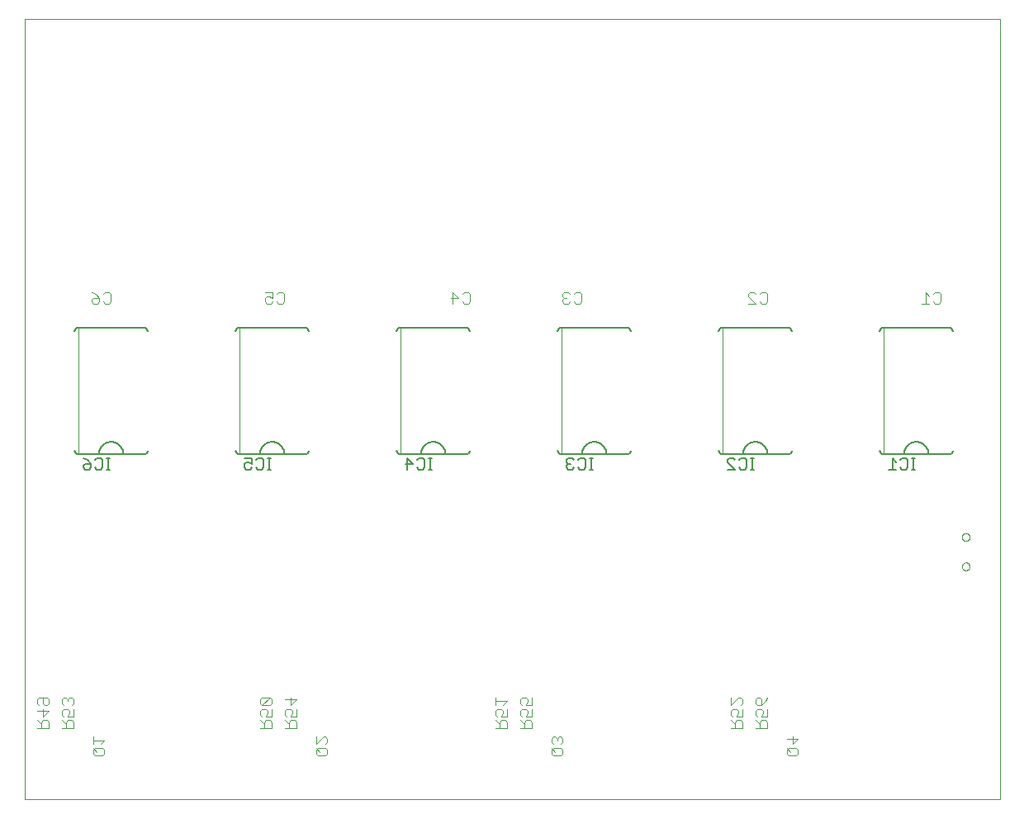
<source format=gbo>
G75*
%MOIN*%
%OFA0B0*%
%FSLAX25Y25*%
%IPPOS*%
%LPD*%
%AMOC8*
5,1,8,0,0,1.08239X$1,22.5*
%
%ADD10C,0.00000*%
%ADD11C,0.00600*%
%ADD12C,0.00200*%
%ADD13C,0.00500*%
%ADD14C,0.00400*%
D10*
X0001800Y0001800D02*
X0001800Y0316761D01*
X0395501Y0316761D01*
X0395501Y0001800D01*
X0001800Y0001800D01*
X0380225Y0095894D02*
X0380227Y0095973D01*
X0380233Y0096052D01*
X0380243Y0096131D01*
X0380257Y0096209D01*
X0380274Y0096286D01*
X0380296Y0096362D01*
X0380321Y0096437D01*
X0380351Y0096510D01*
X0380383Y0096582D01*
X0380420Y0096653D01*
X0380460Y0096721D01*
X0380503Y0096787D01*
X0380549Y0096851D01*
X0380599Y0096913D01*
X0380652Y0096972D01*
X0380707Y0097028D01*
X0380766Y0097082D01*
X0380827Y0097132D01*
X0380890Y0097180D01*
X0380956Y0097224D01*
X0381024Y0097265D01*
X0381094Y0097302D01*
X0381165Y0097336D01*
X0381239Y0097366D01*
X0381313Y0097392D01*
X0381389Y0097414D01*
X0381466Y0097433D01*
X0381544Y0097448D01*
X0381622Y0097459D01*
X0381701Y0097466D01*
X0381780Y0097469D01*
X0381859Y0097468D01*
X0381938Y0097463D01*
X0382017Y0097454D01*
X0382095Y0097441D01*
X0382172Y0097424D01*
X0382249Y0097404D01*
X0382324Y0097379D01*
X0382398Y0097351D01*
X0382471Y0097319D01*
X0382541Y0097284D01*
X0382610Y0097245D01*
X0382677Y0097202D01*
X0382742Y0097156D01*
X0382804Y0097108D01*
X0382864Y0097056D01*
X0382921Y0097001D01*
X0382975Y0096943D01*
X0383026Y0096883D01*
X0383074Y0096820D01*
X0383119Y0096755D01*
X0383161Y0096687D01*
X0383199Y0096618D01*
X0383233Y0096547D01*
X0383264Y0096474D01*
X0383292Y0096399D01*
X0383315Y0096324D01*
X0383335Y0096247D01*
X0383351Y0096170D01*
X0383363Y0096091D01*
X0383371Y0096013D01*
X0383375Y0095934D01*
X0383375Y0095854D01*
X0383371Y0095775D01*
X0383363Y0095697D01*
X0383351Y0095618D01*
X0383335Y0095541D01*
X0383315Y0095464D01*
X0383292Y0095389D01*
X0383264Y0095314D01*
X0383233Y0095241D01*
X0383199Y0095170D01*
X0383161Y0095101D01*
X0383119Y0095033D01*
X0383074Y0094968D01*
X0383026Y0094905D01*
X0382975Y0094845D01*
X0382921Y0094787D01*
X0382864Y0094732D01*
X0382804Y0094680D01*
X0382742Y0094632D01*
X0382677Y0094586D01*
X0382610Y0094543D01*
X0382541Y0094504D01*
X0382471Y0094469D01*
X0382398Y0094437D01*
X0382324Y0094409D01*
X0382249Y0094384D01*
X0382172Y0094364D01*
X0382095Y0094347D01*
X0382017Y0094334D01*
X0381938Y0094325D01*
X0381859Y0094320D01*
X0381780Y0094319D01*
X0381701Y0094322D01*
X0381622Y0094329D01*
X0381544Y0094340D01*
X0381466Y0094355D01*
X0381389Y0094374D01*
X0381313Y0094396D01*
X0381239Y0094422D01*
X0381165Y0094452D01*
X0381094Y0094486D01*
X0381024Y0094523D01*
X0380956Y0094564D01*
X0380890Y0094608D01*
X0380827Y0094656D01*
X0380766Y0094706D01*
X0380707Y0094760D01*
X0380652Y0094816D01*
X0380599Y0094875D01*
X0380549Y0094937D01*
X0380503Y0095001D01*
X0380460Y0095067D01*
X0380420Y0095135D01*
X0380383Y0095206D01*
X0380351Y0095278D01*
X0380321Y0095351D01*
X0380296Y0095426D01*
X0380274Y0095502D01*
X0380257Y0095579D01*
X0380243Y0095657D01*
X0380233Y0095736D01*
X0380227Y0095815D01*
X0380225Y0095894D01*
X0380225Y0107706D02*
X0380227Y0107785D01*
X0380233Y0107864D01*
X0380243Y0107943D01*
X0380257Y0108021D01*
X0380274Y0108098D01*
X0380296Y0108174D01*
X0380321Y0108249D01*
X0380351Y0108322D01*
X0380383Y0108394D01*
X0380420Y0108465D01*
X0380460Y0108533D01*
X0380503Y0108599D01*
X0380549Y0108663D01*
X0380599Y0108725D01*
X0380652Y0108784D01*
X0380707Y0108840D01*
X0380766Y0108894D01*
X0380827Y0108944D01*
X0380890Y0108992D01*
X0380956Y0109036D01*
X0381024Y0109077D01*
X0381094Y0109114D01*
X0381165Y0109148D01*
X0381239Y0109178D01*
X0381313Y0109204D01*
X0381389Y0109226D01*
X0381466Y0109245D01*
X0381544Y0109260D01*
X0381622Y0109271D01*
X0381701Y0109278D01*
X0381780Y0109281D01*
X0381859Y0109280D01*
X0381938Y0109275D01*
X0382017Y0109266D01*
X0382095Y0109253D01*
X0382172Y0109236D01*
X0382249Y0109216D01*
X0382324Y0109191D01*
X0382398Y0109163D01*
X0382471Y0109131D01*
X0382541Y0109096D01*
X0382610Y0109057D01*
X0382677Y0109014D01*
X0382742Y0108968D01*
X0382804Y0108920D01*
X0382864Y0108868D01*
X0382921Y0108813D01*
X0382975Y0108755D01*
X0383026Y0108695D01*
X0383074Y0108632D01*
X0383119Y0108567D01*
X0383161Y0108499D01*
X0383199Y0108430D01*
X0383233Y0108359D01*
X0383264Y0108286D01*
X0383292Y0108211D01*
X0383315Y0108136D01*
X0383335Y0108059D01*
X0383351Y0107982D01*
X0383363Y0107903D01*
X0383371Y0107825D01*
X0383375Y0107746D01*
X0383375Y0107666D01*
X0383371Y0107587D01*
X0383363Y0107509D01*
X0383351Y0107430D01*
X0383335Y0107353D01*
X0383315Y0107276D01*
X0383292Y0107201D01*
X0383264Y0107126D01*
X0383233Y0107053D01*
X0383199Y0106982D01*
X0383161Y0106913D01*
X0383119Y0106845D01*
X0383074Y0106780D01*
X0383026Y0106717D01*
X0382975Y0106657D01*
X0382921Y0106599D01*
X0382864Y0106544D01*
X0382804Y0106492D01*
X0382742Y0106444D01*
X0382677Y0106398D01*
X0382610Y0106355D01*
X0382541Y0106316D01*
X0382471Y0106281D01*
X0382398Y0106249D01*
X0382324Y0106221D01*
X0382249Y0106196D01*
X0382172Y0106176D01*
X0382095Y0106159D01*
X0382017Y0106146D01*
X0381938Y0106137D01*
X0381859Y0106132D01*
X0381780Y0106131D01*
X0381701Y0106134D01*
X0381622Y0106141D01*
X0381544Y0106152D01*
X0381466Y0106167D01*
X0381389Y0106186D01*
X0381313Y0106208D01*
X0381239Y0106234D01*
X0381165Y0106264D01*
X0381094Y0106298D01*
X0381024Y0106335D01*
X0380956Y0106376D01*
X0380890Y0106420D01*
X0380827Y0106468D01*
X0380766Y0106518D01*
X0380707Y0106572D01*
X0380652Y0106628D01*
X0380599Y0106687D01*
X0380549Y0106749D01*
X0380503Y0106813D01*
X0380460Y0106879D01*
X0380420Y0106947D01*
X0380383Y0107018D01*
X0380351Y0107090D01*
X0380321Y0107163D01*
X0380296Y0107238D01*
X0380274Y0107314D01*
X0380257Y0107391D01*
X0380243Y0107469D01*
X0380233Y0107548D01*
X0380227Y0107627D01*
X0380225Y0107706D01*
D11*
X0375000Y0141200D02*
X0366800Y0141200D01*
X0356800Y0141200D01*
X0348600Y0141200D01*
X0348524Y0141202D01*
X0348448Y0141208D01*
X0348373Y0141217D01*
X0348298Y0141231D01*
X0348224Y0141248D01*
X0348151Y0141269D01*
X0348079Y0141293D01*
X0348008Y0141322D01*
X0347939Y0141353D01*
X0347872Y0141388D01*
X0347807Y0141427D01*
X0347743Y0141469D01*
X0347682Y0141514D01*
X0347623Y0141562D01*
X0347567Y0141613D01*
X0347513Y0141667D01*
X0347462Y0141723D01*
X0347414Y0141782D01*
X0347369Y0141843D01*
X0347327Y0141907D01*
X0347288Y0141972D01*
X0347253Y0142039D01*
X0347222Y0142108D01*
X0347193Y0142179D01*
X0347169Y0142251D01*
X0347148Y0142324D01*
X0347131Y0142398D01*
X0347117Y0142473D01*
X0347108Y0142548D01*
X0347102Y0142624D01*
X0347100Y0142700D01*
X0356800Y0141200D02*
X0356802Y0141340D01*
X0356808Y0141480D01*
X0356818Y0141620D01*
X0356831Y0141760D01*
X0356849Y0141899D01*
X0356871Y0142038D01*
X0356896Y0142175D01*
X0356925Y0142313D01*
X0356958Y0142449D01*
X0356995Y0142584D01*
X0357036Y0142718D01*
X0357081Y0142851D01*
X0357129Y0142983D01*
X0357181Y0143113D01*
X0357236Y0143242D01*
X0357295Y0143369D01*
X0357358Y0143495D01*
X0357424Y0143619D01*
X0357493Y0143740D01*
X0357566Y0143860D01*
X0357643Y0143978D01*
X0357722Y0144093D01*
X0357805Y0144207D01*
X0357891Y0144317D01*
X0357980Y0144426D01*
X0358072Y0144532D01*
X0358167Y0144635D01*
X0358264Y0144736D01*
X0358365Y0144833D01*
X0358468Y0144928D01*
X0358574Y0145020D01*
X0358683Y0145109D01*
X0358793Y0145195D01*
X0358907Y0145278D01*
X0359022Y0145357D01*
X0359140Y0145434D01*
X0359260Y0145507D01*
X0359381Y0145576D01*
X0359505Y0145642D01*
X0359631Y0145705D01*
X0359758Y0145764D01*
X0359887Y0145819D01*
X0360017Y0145871D01*
X0360149Y0145919D01*
X0360282Y0145964D01*
X0360416Y0146005D01*
X0360551Y0146042D01*
X0360687Y0146075D01*
X0360825Y0146104D01*
X0360962Y0146129D01*
X0361101Y0146151D01*
X0361240Y0146169D01*
X0361380Y0146182D01*
X0361520Y0146192D01*
X0361660Y0146198D01*
X0361800Y0146200D01*
X0361940Y0146198D01*
X0362080Y0146192D01*
X0362220Y0146182D01*
X0362360Y0146169D01*
X0362499Y0146151D01*
X0362638Y0146129D01*
X0362775Y0146104D01*
X0362913Y0146075D01*
X0363049Y0146042D01*
X0363184Y0146005D01*
X0363318Y0145964D01*
X0363451Y0145919D01*
X0363583Y0145871D01*
X0363713Y0145819D01*
X0363842Y0145764D01*
X0363969Y0145705D01*
X0364095Y0145642D01*
X0364219Y0145576D01*
X0364340Y0145507D01*
X0364460Y0145434D01*
X0364578Y0145357D01*
X0364693Y0145278D01*
X0364807Y0145195D01*
X0364917Y0145109D01*
X0365026Y0145020D01*
X0365132Y0144928D01*
X0365235Y0144833D01*
X0365336Y0144736D01*
X0365433Y0144635D01*
X0365528Y0144532D01*
X0365620Y0144426D01*
X0365709Y0144317D01*
X0365795Y0144207D01*
X0365878Y0144093D01*
X0365957Y0143978D01*
X0366034Y0143860D01*
X0366107Y0143740D01*
X0366176Y0143619D01*
X0366242Y0143495D01*
X0366305Y0143369D01*
X0366364Y0143242D01*
X0366419Y0143113D01*
X0366471Y0142983D01*
X0366519Y0142851D01*
X0366564Y0142718D01*
X0366605Y0142584D01*
X0366642Y0142449D01*
X0366675Y0142313D01*
X0366704Y0142175D01*
X0366729Y0142038D01*
X0366751Y0141899D01*
X0366769Y0141760D01*
X0366782Y0141620D01*
X0366792Y0141480D01*
X0366798Y0141340D01*
X0366800Y0141200D01*
X0375000Y0141200D02*
X0375076Y0141202D01*
X0375152Y0141208D01*
X0375227Y0141217D01*
X0375302Y0141231D01*
X0375376Y0141248D01*
X0375449Y0141269D01*
X0375521Y0141293D01*
X0375592Y0141322D01*
X0375661Y0141353D01*
X0375728Y0141388D01*
X0375793Y0141427D01*
X0375857Y0141469D01*
X0375918Y0141514D01*
X0375977Y0141562D01*
X0376033Y0141613D01*
X0376087Y0141667D01*
X0376138Y0141723D01*
X0376186Y0141782D01*
X0376231Y0141843D01*
X0376273Y0141907D01*
X0376312Y0141972D01*
X0376347Y0142039D01*
X0376378Y0142108D01*
X0376407Y0142179D01*
X0376431Y0142251D01*
X0376452Y0142324D01*
X0376469Y0142398D01*
X0376483Y0142473D01*
X0376492Y0142548D01*
X0376498Y0142624D01*
X0376500Y0142700D01*
X0376500Y0190900D02*
X0376498Y0190976D01*
X0376492Y0191052D01*
X0376483Y0191127D01*
X0376469Y0191202D01*
X0376452Y0191276D01*
X0376431Y0191349D01*
X0376407Y0191421D01*
X0376378Y0191492D01*
X0376347Y0191561D01*
X0376312Y0191628D01*
X0376273Y0191693D01*
X0376231Y0191757D01*
X0376186Y0191818D01*
X0376138Y0191877D01*
X0376087Y0191933D01*
X0376033Y0191987D01*
X0375977Y0192038D01*
X0375918Y0192086D01*
X0375857Y0192131D01*
X0375793Y0192173D01*
X0375728Y0192212D01*
X0375661Y0192247D01*
X0375592Y0192278D01*
X0375521Y0192307D01*
X0375449Y0192331D01*
X0375376Y0192352D01*
X0375302Y0192369D01*
X0375227Y0192383D01*
X0375152Y0192392D01*
X0375076Y0192398D01*
X0375000Y0192400D01*
X0348600Y0192400D01*
X0348524Y0192398D01*
X0348448Y0192392D01*
X0348373Y0192383D01*
X0348298Y0192369D01*
X0348224Y0192352D01*
X0348151Y0192331D01*
X0348079Y0192307D01*
X0348008Y0192278D01*
X0347939Y0192247D01*
X0347872Y0192212D01*
X0347807Y0192173D01*
X0347743Y0192131D01*
X0347682Y0192086D01*
X0347623Y0192038D01*
X0347567Y0191987D01*
X0347513Y0191933D01*
X0347462Y0191877D01*
X0347414Y0191818D01*
X0347369Y0191757D01*
X0347327Y0191693D01*
X0347288Y0191628D01*
X0347253Y0191561D01*
X0347222Y0191492D01*
X0347193Y0191421D01*
X0347169Y0191349D01*
X0347148Y0191276D01*
X0347131Y0191202D01*
X0347117Y0191127D01*
X0347108Y0191052D01*
X0347102Y0190976D01*
X0347100Y0190900D01*
X0311500Y0190900D02*
X0311498Y0190976D01*
X0311492Y0191052D01*
X0311483Y0191127D01*
X0311469Y0191202D01*
X0311452Y0191276D01*
X0311431Y0191349D01*
X0311407Y0191421D01*
X0311378Y0191492D01*
X0311347Y0191561D01*
X0311312Y0191628D01*
X0311273Y0191693D01*
X0311231Y0191757D01*
X0311186Y0191818D01*
X0311138Y0191877D01*
X0311087Y0191933D01*
X0311033Y0191987D01*
X0310977Y0192038D01*
X0310918Y0192086D01*
X0310857Y0192131D01*
X0310793Y0192173D01*
X0310728Y0192212D01*
X0310661Y0192247D01*
X0310592Y0192278D01*
X0310521Y0192307D01*
X0310449Y0192331D01*
X0310376Y0192352D01*
X0310302Y0192369D01*
X0310227Y0192383D01*
X0310152Y0192392D01*
X0310076Y0192398D01*
X0310000Y0192400D01*
X0283600Y0192400D01*
X0283524Y0192398D01*
X0283448Y0192392D01*
X0283373Y0192383D01*
X0283298Y0192369D01*
X0283224Y0192352D01*
X0283151Y0192331D01*
X0283079Y0192307D01*
X0283008Y0192278D01*
X0282939Y0192247D01*
X0282872Y0192212D01*
X0282807Y0192173D01*
X0282743Y0192131D01*
X0282682Y0192086D01*
X0282623Y0192038D01*
X0282567Y0191987D01*
X0282513Y0191933D01*
X0282462Y0191877D01*
X0282414Y0191818D01*
X0282369Y0191757D01*
X0282327Y0191693D01*
X0282288Y0191628D01*
X0282253Y0191561D01*
X0282222Y0191492D01*
X0282193Y0191421D01*
X0282169Y0191349D01*
X0282148Y0191276D01*
X0282131Y0191202D01*
X0282117Y0191127D01*
X0282108Y0191052D01*
X0282102Y0190976D01*
X0282100Y0190900D01*
X0246500Y0190900D02*
X0246498Y0190976D01*
X0246492Y0191052D01*
X0246483Y0191127D01*
X0246469Y0191202D01*
X0246452Y0191276D01*
X0246431Y0191349D01*
X0246407Y0191421D01*
X0246378Y0191492D01*
X0246347Y0191561D01*
X0246312Y0191628D01*
X0246273Y0191693D01*
X0246231Y0191757D01*
X0246186Y0191818D01*
X0246138Y0191877D01*
X0246087Y0191933D01*
X0246033Y0191987D01*
X0245977Y0192038D01*
X0245918Y0192086D01*
X0245857Y0192131D01*
X0245793Y0192173D01*
X0245728Y0192212D01*
X0245661Y0192247D01*
X0245592Y0192278D01*
X0245521Y0192307D01*
X0245449Y0192331D01*
X0245376Y0192352D01*
X0245302Y0192369D01*
X0245227Y0192383D01*
X0245152Y0192392D01*
X0245076Y0192398D01*
X0245000Y0192400D01*
X0218600Y0192400D01*
X0218524Y0192398D01*
X0218448Y0192392D01*
X0218373Y0192383D01*
X0218298Y0192369D01*
X0218224Y0192352D01*
X0218151Y0192331D01*
X0218079Y0192307D01*
X0218008Y0192278D01*
X0217939Y0192247D01*
X0217872Y0192212D01*
X0217807Y0192173D01*
X0217743Y0192131D01*
X0217682Y0192086D01*
X0217623Y0192038D01*
X0217567Y0191987D01*
X0217513Y0191933D01*
X0217462Y0191877D01*
X0217414Y0191818D01*
X0217369Y0191757D01*
X0217327Y0191693D01*
X0217288Y0191628D01*
X0217253Y0191561D01*
X0217222Y0191492D01*
X0217193Y0191421D01*
X0217169Y0191349D01*
X0217148Y0191276D01*
X0217131Y0191202D01*
X0217117Y0191127D01*
X0217108Y0191052D01*
X0217102Y0190976D01*
X0217100Y0190900D01*
X0181500Y0190900D02*
X0181498Y0190976D01*
X0181492Y0191052D01*
X0181483Y0191127D01*
X0181469Y0191202D01*
X0181452Y0191276D01*
X0181431Y0191349D01*
X0181407Y0191421D01*
X0181378Y0191492D01*
X0181347Y0191561D01*
X0181312Y0191628D01*
X0181273Y0191693D01*
X0181231Y0191757D01*
X0181186Y0191818D01*
X0181138Y0191877D01*
X0181087Y0191933D01*
X0181033Y0191987D01*
X0180977Y0192038D01*
X0180918Y0192086D01*
X0180857Y0192131D01*
X0180793Y0192173D01*
X0180728Y0192212D01*
X0180661Y0192247D01*
X0180592Y0192278D01*
X0180521Y0192307D01*
X0180449Y0192331D01*
X0180376Y0192352D01*
X0180302Y0192369D01*
X0180227Y0192383D01*
X0180152Y0192392D01*
X0180076Y0192398D01*
X0180000Y0192400D01*
X0153600Y0192400D01*
X0153524Y0192398D01*
X0153448Y0192392D01*
X0153373Y0192383D01*
X0153298Y0192369D01*
X0153224Y0192352D01*
X0153151Y0192331D01*
X0153079Y0192307D01*
X0153008Y0192278D01*
X0152939Y0192247D01*
X0152872Y0192212D01*
X0152807Y0192173D01*
X0152743Y0192131D01*
X0152682Y0192086D01*
X0152623Y0192038D01*
X0152567Y0191987D01*
X0152513Y0191933D01*
X0152462Y0191877D01*
X0152414Y0191818D01*
X0152369Y0191757D01*
X0152327Y0191693D01*
X0152288Y0191628D01*
X0152253Y0191561D01*
X0152222Y0191492D01*
X0152193Y0191421D01*
X0152169Y0191349D01*
X0152148Y0191276D01*
X0152131Y0191202D01*
X0152117Y0191127D01*
X0152108Y0191052D01*
X0152102Y0190976D01*
X0152100Y0190900D01*
X0116500Y0190900D02*
X0116498Y0190976D01*
X0116492Y0191052D01*
X0116483Y0191127D01*
X0116469Y0191202D01*
X0116452Y0191276D01*
X0116431Y0191349D01*
X0116407Y0191421D01*
X0116378Y0191492D01*
X0116347Y0191561D01*
X0116312Y0191628D01*
X0116273Y0191693D01*
X0116231Y0191757D01*
X0116186Y0191818D01*
X0116138Y0191877D01*
X0116087Y0191933D01*
X0116033Y0191987D01*
X0115977Y0192038D01*
X0115918Y0192086D01*
X0115857Y0192131D01*
X0115793Y0192173D01*
X0115728Y0192212D01*
X0115661Y0192247D01*
X0115592Y0192278D01*
X0115521Y0192307D01*
X0115449Y0192331D01*
X0115376Y0192352D01*
X0115302Y0192369D01*
X0115227Y0192383D01*
X0115152Y0192392D01*
X0115076Y0192398D01*
X0115000Y0192400D01*
X0088600Y0192400D01*
X0088524Y0192398D01*
X0088448Y0192392D01*
X0088373Y0192383D01*
X0088298Y0192369D01*
X0088224Y0192352D01*
X0088151Y0192331D01*
X0088079Y0192307D01*
X0088008Y0192278D01*
X0087939Y0192247D01*
X0087872Y0192212D01*
X0087807Y0192173D01*
X0087743Y0192131D01*
X0087682Y0192086D01*
X0087623Y0192038D01*
X0087567Y0191987D01*
X0087513Y0191933D01*
X0087462Y0191877D01*
X0087414Y0191818D01*
X0087369Y0191757D01*
X0087327Y0191693D01*
X0087288Y0191628D01*
X0087253Y0191561D01*
X0087222Y0191492D01*
X0087193Y0191421D01*
X0087169Y0191349D01*
X0087148Y0191276D01*
X0087131Y0191202D01*
X0087117Y0191127D01*
X0087108Y0191052D01*
X0087102Y0190976D01*
X0087100Y0190900D01*
X0051500Y0190900D02*
X0051498Y0190976D01*
X0051492Y0191052D01*
X0051483Y0191127D01*
X0051469Y0191202D01*
X0051452Y0191276D01*
X0051431Y0191349D01*
X0051407Y0191421D01*
X0051378Y0191492D01*
X0051347Y0191561D01*
X0051312Y0191628D01*
X0051273Y0191693D01*
X0051231Y0191757D01*
X0051186Y0191818D01*
X0051138Y0191877D01*
X0051087Y0191933D01*
X0051033Y0191987D01*
X0050977Y0192038D01*
X0050918Y0192086D01*
X0050857Y0192131D01*
X0050793Y0192173D01*
X0050728Y0192212D01*
X0050661Y0192247D01*
X0050592Y0192278D01*
X0050521Y0192307D01*
X0050449Y0192331D01*
X0050376Y0192352D01*
X0050302Y0192369D01*
X0050227Y0192383D01*
X0050152Y0192392D01*
X0050076Y0192398D01*
X0050000Y0192400D01*
X0023600Y0192400D01*
X0023524Y0192398D01*
X0023448Y0192392D01*
X0023373Y0192383D01*
X0023298Y0192369D01*
X0023224Y0192352D01*
X0023151Y0192331D01*
X0023079Y0192307D01*
X0023008Y0192278D01*
X0022939Y0192247D01*
X0022872Y0192212D01*
X0022807Y0192173D01*
X0022743Y0192131D01*
X0022682Y0192086D01*
X0022623Y0192038D01*
X0022567Y0191987D01*
X0022513Y0191933D01*
X0022462Y0191877D01*
X0022414Y0191818D01*
X0022369Y0191757D01*
X0022327Y0191693D01*
X0022288Y0191628D01*
X0022253Y0191561D01*
X0022222Y0191492D01*
X0022193Y0191421D01*
X0022169Y0191349D01*
X0022148Y0191276D01*
X0022131Y0191202D01*
X0022117Y0191127D01*
X0022108Y0191052D01*
X0022102Y0190976D01*
X0022100Y0190900D01*
X0022100Y0142700D02*
X0022102Y0142624D01*
X0022108Y0142548D01*
X0022117Y0142473D01*
X0022131Y0142398D01*
X0022148Y0142324D01*
X0022169Y0142251D01*
X0022193Y0142179D01*
X0022222Y0142108D01*
X0022253Y0142039D01*
X0022288Y0141972D01*
X0022327Y0141907D01*
X0022369Y0141843D01*
X0022414Y0141782D01*
X0022462Y0141723D01*
X0022513Y0141667D01*
X0022567Y0141613D01*
X0022623Y0141562D01*
X0022682Y0141514D01*
X0022743Y0141469D01*
X0022807Y0141427D01*
X0022872Y0141388D01*
X0022939Y0141353D01*
X0023008Y0141322D01*
X0023079Y0141293D01*
X0023151Y0141269D01*
X0023224Y0141248D01*
X0023298Y0141231D01*
X0023373Y0141217D01*
X0023448Y0141208D01*
X0023524Y0141202D01*
X0023600Y0141200D01*
X0031800Y0141200D01*
X0041800Y0141200D01*
X0050000Y0141200D01*
X0050076Y0141202D01*
X0050152Y0141208D01*
X0050227Y0141217D01*
X0050302Y0141231D01*
X0050376Y0141248D01*
X0050449Y0141269D01*
X0050521Y0141293D01*
X0050592Y0141322D01*
X0050661Y0141353D01*
X0050728Y0141388D01*
X0050793Y0141427D01*
X0050857Y0141469D01*
X0050918Y0141514D01*
X0050977Y0141562D01*
X0051033Y0141613D01*
X0051087Y0141667D01*
X0051138Y0141723D01*
X0051186Y0141782D01*
X0051231Y0141843D01*
X0051273Y0141907D01*
X0051312Y0141972D01*
X0051347Y0142039D01*
X0051378Y0142108D01*
X0051407Y0142179D01*
X0051431Y0142251D01*
X0051452Y0142324D01*
X0051469Y0142398D01*
X0051483Y0142473D01*
X0051492Y0142548D01*
X0051498Y0142624D01*
X0051500Y0142700D01*
X0041800Y0141200D02*
X0041798Y0141340D01*
X0041792Y0141480D01*
X0041782Y0141620D01*
X0041769Y0141760D01*
X0041751Y0141899D01*
X0041729Y0142038D01*
X0041704Y0142175D01*
X0041675Y0142313D01*
X0041642Y0142449D01*
X0041605Y0142584D01*
X0041564Y0142718D01*
X0041519Y0142851D01*
X0041471Y0142983D01*
X0041419Y0143113D01*
X0041364Y0143242D01*
X0041305Y0143369D01*
X0041242Y0143495D01*
X0041176Y0143619D01*
X0041107Y0143740D01*
X0041034Y0143860D01*
X0040957Y0143978D01*
X0040878Y0144093D01*
X0040795Y0144207D01*
X0040709Y0144317D01*
X0040620Y0144426D01*
X0040528Y0144532D01*
X0040433Y0144635D01*
X0040336Y0144736D01*
X0040235Y0144833D01*
X0040132Y0144928D01*
X0040026Y0145020D01*
X0039917Y0145109D01*
X0039807Y0145195D01*
X0039693Y0145278D01*
X0039578Y0145357D01*
X0039460Y0145434D01*
X0039340Y0145507D01*
X0039219Y0145576D01*
X0039095Y0145642D01*
X0038969Y0145705D01*
X0038842Y0145764D01*
X0038713Y0145819D01*
X0038583Y0145871D01*
X0038451Y0145919D01*
X0038318Y0145964D01*
X0038184Y0146005D01*
X0038049Y0146042D01*
X0037913Y0146075D01*
X0037775Y0146104D01*
X0037638Y0146129D01*
X0037499Y0146151D01*
X0037360Y0146169D01*
X0037220Y0146182D01*
X0037080Y0146192D01*
X0036940Y0146198D01*
X0036800Y0146200D01*
X0036660Y0146198D01*
X0036520Y0146192D01*
X0036380Y0146182D01*
X0036240Y0146169D01*
X0036101Y0146151D01*
X0035962Y0146129D01*
X0035825Y0146104D01*
X0035687Y0146075D01*
X0035551Y0146042D01*
X0035416Y0146005D01*
X0035282Y0145964D01*
X0035149Y0145919D01*
X0035017Y0145871D01*
X0034887Y0145819D01*
X0034758Y0145764D01*
X0034631Y0145705D01*
X0034505Y0145642D01*
X0034381Y0145576D01*
X0034260Y0145507D01*
X0034140Y0145434D01*
X0034022Y0145357D01*
X0033907Y0145278D01*
X0033793Y0145195D01*
X0033683Y0145109D01*
X0033574Y0145020D01*
X0033468Y0144928D01*
X0033365Y0144833D01*
X0033264Y0144736D01*
X0033167Y0144635D01*
X0033072Y0144532D01*
X0032980Y0144426D01*
X0032891Y0144317D01*
X0032805Y0144207D01*
X0032722Y0144093D01*
X0032643Y0143978D01*
X0032566Y0143860D01*
X0032493Y0143740D01*
X0032424Y0143619D01*
X0032358Y0143495D01*
X0032295Y0143369D01*
X0032236Y0143242D01*
X0032181Y0143113D01*
X0032129Y0142983D01*
X0032081Y0142851D01*
X0032036Y0142718D01*
X0031995Y0142584D01*
X0031958Y0142449D01*
X0031925Y0142313D01*
X0031896Y0142175D01*
X0031871Y0142038D01*
X0031849Y0141899D01*
X0031831Y0141760D01*
X0031818Y0141620D01*
X0031808Y0141480D01*
X0031802Y0141340D01*
X0031800Y0141200D01*
X0088600Y0141200D02*
X0096800Y0141200D01*
X0106800Y0141200D01*
X0115000Y0141200D01*
X0115076Y0141202D01*
X0115152Y0141208D01*
X0115227Y0141217D01*
X0115302Y0141231D01*
X0115376Y0141248D01*
X0115449Y0141269D01*
X0115521Y0141293D01*
X0115592Y0141322D01*
X0115661Y0141353D01*
X0115728Y0141388D01*
X0115793Y0141427D01*
X0115857Y0141469D01*
X0115918Y0141514D01*
X0115977Y0141562D01*
X0116033Y0141613D01*
X0116087Y0141667D01*
X0116138Y0141723D01*
X0116186Y0141782D01*
X0116231Y0141843D01*
X0116273Y0141907D01*
X0116312Y0141972D01*
X0116347Y0142039D01*
X0116378Y0142108D01*
X0116407Y0142179D01*
X0116431Y0142251D01*
X0116452Y0142324D01*
X0116469Y0142398D01*
X0116483Y0142473D01*
X0116492Y0142548D01*
X0116498Y0142624D01*
X0116500Y0142700D01*
X0106800Y0141200D02*
X0106798Y0141340D01*
X0106792Y0141480D01*
X0106782Y0141620D01*
X0106769Y0141760D01*
X0106751Y0141899D01*
X0106729Y0142038D01*
X0106704Y0142175D01*
X0106675Y0142313D01*
X0106642Y0142449D01*
X0106605Y0142584D01*
X0106564Y0142718D01*
X0106519Y0142851D01*
X0106471Y0142983D01*
X0106419Y0143113D01*
X0106364Y0143242D01*
X0106305Y0143369D01*
X0106242Y0143495D01*
X0106176Y0143619D01*
X0106107Y0143740D01*
X0106034Y0143860D01*
X0105957Y0143978D01*
X0105878Y0144093D01*
X0105795Y0144207D01*
X0105709Y0144317D01*
X0105620Y0144426D01*
X0105528Y0144532D01*
X0105433Y0144635D01*
X0105336Y0144736D01*
X0105235Y0144833D01*
X0105132Y0144928D01*
X0105026Y0145020D01*
X0104917Y0145109D01*
X0104807Y0145195D01*
X0104693Y0145278D01*
X0104578Y0145357D01*
X0104460Y0145434D01*
X0104340Y0145507D01*
X0104219Y0145576D01*
X0104095Y0145642D01*
X0103969Y0145705D01*
X0103842Y0145764D01*
X0103713Y0145819D01*
X0103583Y0145871D01*
X0103451Y0145919D01*
X0103318Y0145964D01*
X0103184Y0146005D01*
X0103049Y0146042D01*
X0102913Y0146075D01*
X0102775Y0146104D01*
X0102638Y0146129D01*
X0102499Y0146151D01*
X0102360Y0146169D01*
X0102220Y0146182D01*
X0102080Y0146192D01*
X0101940Y0146198D01*
X0101800Y0146200D01*
X0101660Y0146198D01*
X0101520Y0146192D01*
X0101380Y0146182D01*
X0101240Y0146169D01*
X0101101Y0146151D01*
X0100962Y0146129D01*
X0100825Y0146104D01*
X0100687Y0146075D01*
X0100551Y0146042D01*
X0100416Y0146005D01*
X0100282Y0145964D01*
X0100149Y0145919D01*
X0100017Y0145871D01*
X0099887Y0145819D01*
X0099758Y0145764D01*
X0099631Y0145705D01*
X0099505Y0145642D01*
X0099381Y0145576D01*
X0099260Y0145507D01*
X0099140Y0145434D01*
X0099022Y0145357D01*
X0098907Y0145278D01*
X0098793Y0145195D01*
X0098683Y0145109D01*
X0098574Y0145020D01*
X0098468Y0144928D01*
X0098365Y0144833D01*
X0098264Y0144736D01*
X0098167Y0144635D01*
X0098072Y0144532D01*
X0097980Y0144426D01*
X0097891Y0144317D01*
X0097805Y0144207D01*
X0097722Y0144093D01*
X0097643Y0143978D01*
X0097566Y0143860D01*
X0097493Y0143740D01*
X0097424Y0143619D01*
X0097358Y0143495D01*
X0097295Y0143369D01*
X0097236Y0143242D01*
X0097181Y0143113D01*
X0097129Y0142983D01*
X0097081Y0142851D01*
X0097036Y0142718D01*
X0096995Y0142584D01*
X0096958Y0142449D01*
X0096925Y0142313D01*
X0096896Y0142175D01*
X0096871Y0142038D01*
X0096849Y0141899D01*
X0096831Y0141760D01*
X0096818Y0141620D01*
X0096808Y0141480D01*
X0096802Y0141340D01*
X0096800Y0141200D01*
X0088600Y0141200D02*
X0088524Y0141202D01*
X0088448Y0141208D01*
X0088373Y0141217D01*
X0088298Y0141231D01*
X0088224Y0141248D01*
X0088151Y0141269D01*
X0088079Y0141293D01*
X0088008Y0141322D01*
X0087939Y0141353D01*
X0087872Y0141388D01*
X0087807Y0141427D01*
X0087743Y0141469D01*
X0087682Y0141514D01*
X0087623Y0141562D01*
X0087567Y0141613D01*
X0087513Y0141667D01*
X0087462Y0141723D01*
X0087414Y0141782D01*
X0087369Y0141843D01*
X0087327Y0141907D01*
X0087288Y0141972D01*
X0087253Y0142039D01*
X0087222Y0142108D01*
X0087193Y0142179D01*
X0087169Y0142251D01*
X0087148Y0142324D01*
X0087131Y0142398D01*
X0087117Y0142473D01*
X0087108Y0142548D01*
X0087102Y0142624D01*
X0087100Y0142700D01*
X0152100Y0142700D02*
X0152102Y0142624D01*
X0152108Y0142548D01*
X0152117Y0142473D01*
X0152131Y0142398D01*
X0152148Y0142324D01*
X0152169Y0142251D01*
X0152193Y0142179D01*
X0152222Y0142108D01*
X0152253Y0142039D01*
X0152288Y0141972D01*
X0152327Y0141907D01*
X0152369Y0141843D01*
X0152414Y0141782D01*
X0152462Y0141723D01*
X0152513Y0141667D01*
X0152567Y0141613D01*
X0152623Y0141562D01*
X0152682Y0141514D01*
X0152743Y0141469D01*
X0152807Y0141427D01*
X0152872Y0141388D01*
X0152939Y0141353D01*
X0153008Y0141322D01*
X0153079Y0141293D01*
X0153151Y0141269D01*
X0153224Y0141248D01*
X0153298Y0141231D01*
X0153373Y0141217D01*
X0153448Y0141208D01*
X0153524Y0141202D01*
X0153600Y0141200D01*
X0161800Y0141200D01*
X0171800Y0141200D01*
X0180000Y0141200D01*
X0180076Y0141202D01*
X0180152Y0141208D01*
X0180227Y0141217D01*
X0180302Y0141231D01*
X0180376Y0141248D01*
X0180449Y0141269D01*
X0180521Y0141293D01*
X0180592Y0141322D01*
X0180661Y0141353D01*
X0180728Y0141388D01*
X0180793Y0141427D01*
X0180857Y0141469D01*
X0180918Y0141514D01*
X0180977Y0141562D01*
X0181033Y0141613D01*
X0181087Y0141667D01*
X0181138Y0141723D01*
X0181186Y0141782D01*
X0181231Y0141843D01*
X0181273Y0141907D01*
X0181312Y0141972D01*
X0181347Y0142039D01*
X0181378Y0142108D01*
X0181407Y0142179D01*
X0181431Y0142251D01*
X0181452Y0142324D01*
X0181469Y0142398D01*
X0181483Y0142473D01*
X0181492Y0142548D01*
X0181498Y0142624D01*
X0181500Y0142700D01*
X0171800Y0141200D02*
X0171798Y0141340D01*
X0171792Y0141480D01*
X0171782Y0141620D01*
X0171769Y0141760D01*
X0171751Y0141899D01*
X0171729Y0142038D01*
X0171704Y0142175D01*
X0171675Y0142313D01*
X0171642Y0142449D01*
X0171605Y0142584D01*
X0171564Y0142718D01*
X0171519Y0142851D01*
X0171471Y0142983D01*
X0171419Y0143113D01*
X0171364Y0143242D01*
X0171305Y0143369D01*
X0171242Y0143495D01*
X0171176Y0143619D01*
X0171107Y0143740D01*
X0171034Y0143860D01*
X0170957Y0143978D01*
X0170878Y0144093D01*
X0170795Y0144207D01*
X0170709Y0144317D01*
X0170620Y0144426D01*
X0170528Y0144532D01*
X0170433Y0144635D01*
X0170336Y0144736D01*
X0170235Y0144833D01*
X0170132Y0144928D01*
X0170026Y0145020D01*
X0169917Y0145109D01*
X0169807Y0145195D01*
X0169693Y0145278D01*
X0169578Y0145357D01*
X0169460Y0145434D01*
X0169340Y0145507D01*
X0169219Y0145576D01*
X0169095Y0145642D01*
X0168969Y0145705D01*
X0168842Y0145764D01*
X0168713Y0145819D01*
X0168583Y0145871D01*
X0168451Y0145919D01*
X0168318Y0145964D01*
X0168184Y0146005D01*
X0168049Y0146042D01*
X0167913Y0146075D01*
X0167775Y0146104D01*
X0167638Y0146129D01*
X0167499Y0146151D01*
X0167360Y0146169D01*
X0167220Y0146182D01*
X0167080Y0146192D01*
X0166940Y0146198D01*
X0166800Y0146200D01*
X0166660Y0146198D01*
X0166520Y0146192D01*
X0166380Y0146182D01*
X0166240Y0146169D01*
X0166101Y0146151D01*
X0165962Y0146129D01*
X0165825Y0146104D01*
X0165687Y0146075D01*
X0165551Y0146042D01*
X0165416Y0146005D01*
X0165282Y0145964D01*
X0165149Y0145919D01*
X0165017Y0145871D01*
X0164887Y0145819D01*
X0164758Y0145764D01*
X0164631Y0145705D01*
X0164505Y0145642D01*
X0164381Y0145576D01*
X0164260Y0145507D01*
X0164140Y0145434D01*
X0164022Y0145357D01*
X0163907Y0145278D01*
X0163793Y0145195D01*
X0163683Y0145109D01*
X0163574Y0145020D01*
X0163468Y0144928D01*
X0163365Y0144833D01*
X0163264Y0144736D01*
X0163167Y0144635D01*
X0163072Y0144532D01*
X0162980Y0144426D01*
X0162891Y0144317D01*
X0162805Y0144207D01*
X0162722Y0144093D01*
X0162643Y0143978D01*
X0162566Y0143860D01*
X0162493Y0143740D01*
X0162424Y0143619D01*
X0162358Y0143495D01*
X0162295Y0143369D01*
X0162236Y0143242D01*
X0162181Y0143113D01*
X0162129Y0142983D01*
X0162081Y0142851D01*
X0162036Y0142718D01*
X0161995Y0142584D01*
X0161958Y0142449D01*
X0161925Y0142313D01*
X0161896Y0142175D01*
X0161871Y0142038D01*
X0161849Y0141899D01*
X0161831Y0141760D01*
X0161818Y0141620D01*
X0161808Y0141480D01*
X0161802Y0141340D01*
X0161800Y0141200D01*
X0218600Y0141200D02*
X0226800Y0141200D01*
X0236800Y0141200D01*
X0245000Y0141200D01*
X0245076Y0141202D01*
X0245152Y0141208D01*
X0245227Y0141217D01*
X0245302Y0141231D01*
X0245376Y0141248D01*
X0245449Y0141269D01*
X0245521Y0141293D01*
X0245592Y0141322D01*
X0245661Y0141353D01*
X0245728Y0141388D01*
X0245793Y0141427D01*
X0245857Y0141469D01*
X0245918Y0141514D01*
X0245977Y0141562D01*
X0246033Y0141613D01*
X0246087Y0141667D01*
X0246138Y0141723D01*
X0246186Y0141782D01*
X0246231Y0141843D01*
X0246273Y0141907D01*
X0246312Y0141972D01*
X0246347Y0142039D01*
X0246378Y0142108D01*
X0246407Y0142179D01*
X0246431Y0142251D01*
X0246452Y0142324D01*
X0246469Y0142398D01*
X0246483Y0142473D01*
X0246492Y0142548D01*
X0246498Y0142624D01*
X0246500Y0142700D01*
X0236800Y0141200D02*
X0236798Y0141340D01*
X0236792Y0141480D01*
X0236782Y0141620D01*
X0236769Y0141760D01*
X0236751Y0141899D01*
X0236729Y0142038D01*
X0236704Y0142175D01*
X0236675Y0142313D01*
X0236642Y0142449D01*
X0236605Y0142584D01*
X0236564Y0142718D01*
X0236519Y0142851D01*
X0236471Y0142983D01*
X0236419Y0143113D01*
X0236364Y0143242D01*
X0236305Y0143369D01*
X0236242Y0143495D01*
X0236176Y0143619D01*
X0236107Y0143740D01*
X0236034Y0143860D01*
X0235957Y0143978D01*
X0235878Y0144093D01*
X0235795Y0144207D01*
X0235709Y0144317D01*
X0235620Y0144426D01*
X0235528Y0144532D01*
X0235433Y0144635D01*
X0235336Y0144736D01*
X0235235Y0144833D01*
X0235132Y0144928D01*
X0235026Y0145020D01*
X0234917Y0145109D01*
X0234807Y0145195D01*
X0234693Y0145278D01*
X0234578Y0145357D01*
X0234460Y0145434D01*
X0234340Y0145507D01*
X0234219Y0145576D01*
X0234095Y0145642D01*
X0233969Y0145705D01*
X0233842Y0145764D01*
X0233713Y0145819D01*
X0233583Y0145871D01*
X0233451Y0145919D01*
X0233318Y0145964D01*
X0233184Y0146005D01*
X0233049Y0146042D01*
X0232913Y0146075D01*
X0232775Y0146104D01*
X0232638Y0146129D01*
X0232499Y0146151D01*
X0232360Y0146169D01*
X0232220Y0146182D01*
X0232080Y0146192D01*
X0231940Y0146198D01*
X0231800Y0146200D01*
X0231660Y0146198D01*
X0231520Y0146192D01*
X0231380Y0146182D01*
X0231240Y0146169D01*
X0231101Y0146151D01*
X0230962Y0146129D01*
X0230825Y0146104D01*
X0230687Y0146075D01*
X0230551Y0146042D01*
X0230416Y0146005D01*
X0230282Y0145964D01*
X0230149Y0145919D01*
X0230017Y0145871D01*
X0229887Y0145819D01*
X0229758Y0145764D01*
X0229631Y0145705D01*
X0229505Y0145642D01*
X0229381Y0145576D01*
X0229260Y0145507D01*
X0229140Y0145434D01*
X0229022Y0145357D01*
X0228907Y0145278D01*
X0228793Y0145195D01*
X0228683Y0145109D01*
X0228574Y0145020D01*
X0228468Y0144928D01*
X0228365Y0144833D01*
X0228264Y0144736D01*
X0228167Y0144635D01*
X0228072Y0144532D01*
X0227980Y0144426D01*
X0227891Y0144317D01*
X0227805Y0144207D01*
X0227722Y0144093D01*
X0227643Y0143978D01*
X0227566Y0143860D01*
X0227493Y0143740D01*
X0227424Y0143619D01*
X0227358Y0143495D01*
X0227295Y0143369D01*
X0227236Y0143242D01*
X0227181Y0143113D01*
X0227129Y0142983D01*
X0227081Y0142851D01*
X0227036Y0142718D01*
X0226995Y0142584D01*
X0226958Y0142449D01*
X0226925Y0142313D01*
X0226896Y0142175D01*
X0226871Y0142038D01*
X0226849Y0141899D01*
X0226831Y0141760D01*
X0226818Y0141620D01*
X0226808Y0141480D01*
X0226802Y0141340D01*
X0226800Y0141200D01*
X0218600Y0141200D02*
X0218524Y0141202D01*
X0218448Y0141208D01*
X0218373Y0141217D01*
X0218298Y0141231D01*
X0218224Y0141248D01*
X0218151Y0141269D01*
X0218079Y0141293D01*
X0218008Y0141322D01*
X0217939Y0141353D01*
X0217872Y0141388D01*
X0217807Y0141427D01*
X0217743Y0141469D01*
X0217682Y0141514D01*
X0217623Y0141562D01*
X0217567Y0141613D01*
X0217513Y0141667D01*
X0217462Y0141723D01*
X0217414Y0141782D01*
X0217369Y0141843D01*
X0217327Y0141907D01*
X0217288Y0141972D01*
X0217253Y0142039D01*
X0217222Y0142108D01*
X0217193Y0142179D01*
X0217169Y0142251D01*
X0217148Y0142324D01*
X0217131Y0142398D01*
X0217117Y0142473D01*
X0217108Y0142548D01*
X0217102Y0142624D01*
X0217100Y0142700D01*
X0282100Y0142700D02*
X0282102Y0142624D01*
X0282108Y0142548D01*
X0282117Y0142473D01*
X0282131Y0142398D01*
X0282148Y0142324D01*
X0282169Y0142251D01*
X0282193Y0142179D01*
X0282222Y0142108D01*
X0282253Y0142039D01*
X0282288Y0141972D01*
X0282327Y0141907D01*
X0282369Y0141843D01*
X0282414Y0141782D01*
X0282462Y0141723D01*
X0282513Y0141667D01*
X0282567Y0141613D01*
X0282623Y0141562D01*
X0282682Y0141514D01*
X0282743Y0141469D01*
X0282807Y0141427D01*
X0282872Y0141388D01*
X0282939Y0141353D01*
X0283008Y0141322D01*
X0283079Y0141293D01*
X0283151Y0141269D01*
X0283224Y0141248D01*
X0283298Y0141231D01*
X0283373Y0141217D01*
X0283448Y0141208D01*
X0283524Y0141202D01*
X0283600Y0141200D01*
X0291800Y0141200D01*
X0301800Y0141200D01*
X0310000Y0141200D01*
X0310076Y0141202D01*
X0310152Y0141208D01*
X0310227Y0141217D01*
X0310302Y0141231D01*
X0310376Y0141248D01*
X0310449Y0141269D01*
X0310521Y0141293D01*
X0310592Y0141322D01*
X0310661Y0141353D01*
X0310728Y0141388D01*
X0310793Y0141427D01*
X0310857Y0141469D01*
X0310918Y0141514D01*
X0310977Y0141562D01*
X0311033Y0141613D01*
X0311087Y0141667D01*
X0311138Y0141723D01*
X0311186Y0141782D01*
X0311231Y0141843D01*
X0311273Y0141907D01*
X0311312Y0141972D01*
X0311347Y0142039D01*
X0311378Y0142108D01*
X0311407Y0142179D01*
X0311431Y0142251D01*
X0311452Y0142324D01*
X0311469Y0142398D01*
X0311483Y0142473D01*
X0311492Y0142548D01*
X0311498Y0142624D01*
X0311500Y0142700D01*
X0301800Y0141200D02*
X0301798Y0141340D01*
X0301792Y0141480D01*
X0301782Y0141620D01*
X0301769Y0141760D01*
X0301751Y0141899D01*
X0301729Y0142038D01*
X0301704Y0142175D01*
X0301675Y0142313D01*
X0301642Y0142449D01*
X0301605Y0142584D01*
X0301564Y0142718D01*
X0301519Y0142851D01*
X0301471Y0142983D01*
X0301419Y0143113D01*
X0301364Y0143242D01*
X0301305Y0143369D01*
X0301242Y0143495D01*
X0301176Y0143619D01*
X0301107Y0143740D01*
X0301034Y0143860D01*
X0300957Y0143978D01*
X0300878Y0144093D01*
X0300795Y0144207D01*
X0300709Y0144317D01*
X0300620Y0144426D01*
X0300528Y0144532D01*
X0300433Y0144635D01*
X0300336Y0144736D01*
X0300235Y0144833D01*
X0300132Y0144928D01*
X0300026Y0145020D01*
X0299917Y0145109D01*
X0299807Y0145195D01*
X0299693Y0145278D01*
X0299578Y0145357D01*
X0299460Y0145434D01*
X0299340Y0145507D01*
X0299219Y0145576D01*
X0299095Y0145642D01*
X0298969Y0145705D01*
X0298842Y0145764D01*
X0298713Y0145819D01*
X0298583Y0145871D01*
X0298451Y0145919D01*
X0298318Y0145964D01*
X0298184Y0146005D01*
X0298049Y0146042D01*
X0297913Y0146075D01*
X0297775Y0146104D01*
X0297638Y0146129D01*
X0297499Y0146151D01*
X0297360Y0146169D01*
X0297220Y0146182D01*
X0297080Y0146192D01*
X0296940Y0146198D01*
X0296800Y0146200D01*
X0296660Y0146198D01*
X0296520Y0146192D01*
X0296380Y0146182D01*
X0296240Y0146169D01*
X0296101Y0146151D01*
X0295962Y0146129D01*
X0295825Y0146104D01*
X0295687Y0146075D01*
X0295551Y0146042D01*
X0295416Y0146005D01*
X0295282Y0145964D01*
X0295149Y0145919D01*
X0295017Y0145871D01*
X0294887Y0145819D01*
X0294758Y0145764D01*
X0294631Y0145705D01*
X0294505Y0145642D01*
X0294381Y0145576D01*
X0294260Y0145507D01*
X0294140Y0145434D01*
X0294022Y0145357D01*
X0293907Y0145278D01*
X0293793Y0145195D01*
X0293683Y0145109D01*
X0293574Y0145020D01*
X0293468Y0144928D01*
X0293365Y0144833D01*
X0293264Y0144736D01*
X0293167Y0144635D01*
X0293072Y0144532D01*
X0292980Y0144426D01*
X0292891Y0144317D01*
X0292805Y0144207D01*
X0292722Y0144093D01*
X0292643Y0143978D01*
X0292566Y0143860D01*
X0292493Y0143740D01*
X0292424Y0143619D01*
X0292358Y0143495D01*
X0292295Y0143369D01*
X0292236Y0143242D01*
X0292181Y0143113D01*
X0292129Y0142983D01*
X0292081Y0142851D01*
X0292036Y0142718D01*
X0291995Y0142584D01*
X0291958Y0142449D01*
X0291925Y0142313D01*
X0291896Y0142175D01*
X0291871Y0142038D01*
X0291849Y0141899D01*
X0291831Y0141760D01*
X0291818Y0141620D01*
X0291808Y0141480D01*
X0291802Y0141340D01*
X0291800Y0141200D01*
D12*
X0283500Y0141300D02*
X0283500Y0192300D01*
X0348500Y0192300D02*
X0348500Y0141300D01*
X0218500Y0141300D02*
X0218500Y0192300D01*
X0153500Y0192300D02*
X0153500Y0141300D01*
X0088500Y0141300D02*
X0088500Y0192300D01*
X0023500Y0192300D02*
X0023500Y0141300D01*
D13*
X0025651Y0139554D02*
X0027153Y0138803D01*
X0028654Y0137302D01*
X0026402Y0137302D01*
X0025651Y0136551D01*
X0025651Y0135801D01*
X0026402Y0135050D01*
X0027903Y0135050D01*
X0028654Y0135801D01*
X0028654Y0137302D01*
X0030255Y0138803D02*
X0031006Y0139554D01*
X0032507Y0139554D01*
X0033258Y0138803D01*
X0033258Y0135801D01*
X0032507Y0135050D01*
X0031006Y0135050D01*
X0030255Y0135801D01*
X0034826Y0135050D02*
X0036327Y0135050D01*
X0035577Y0135050D02*
X0035577Y0139554D01*
X0036327Y0139554D02*
X0034826Y0139554D01*
X0090651Y0139554D02*
X0093654Y0139554D01*
X0093654Y0137302D01*
X0092153Y0138053D01*
X0091402Y0138053D01*
X0090651Y0137302D01*
X0090651Y0135801D01*
X0091402Y0135050D01*
X0092903Y0135050D01*
X0093654Y0135801D01*
X0095255Y0135801D02*
X0096006Y0135050D01*
X0097507Y0135050D01*
X0098258Y0135801D01*
X0098258Y0138803D01*
X0097507Y0139554D01*
X0096006Y0139554D01*
X0095255Y0138803D01*
X0099826Y0139554D02*
X0101327Y0139554D01*
X0100577Y0139554D02*
X0100577Y0135050D01*
X0101327Y0135050D02*
X0099826Y0135050D01*
X0155651Y0137302D02*
X0158654Y0137302D01*
X0156402Y0139554D01*
X0156402Y0135050D01*
X0160255Y0135801D02*
X0161006Y0135050D01*
X0162507Y0135050D01*
X0163258Y0135801D01*
X0163258Y0138803D01*
X0162507Y0139554D01*
X0161006Y0139554D01*
X0160255Y0138803D01*
X0164826Y0139554D02*
X0166327Y0139554D01*
X0165577Y0139554D02*
X0165577Y0135050D01*
X0166327Y0135050D02*
X0164826Y0135050D01*
X0220651Y0135801D02*
X0221402Y0135050D01*
X0222903Y0135050D01*
X0223654Y0135801D01*
X0225255Y0135801D02*
X0226006Y0135050D01*
X0227507Y0135050D01*
X0228258Y0135801D01*
X0228258Y0138803D01*
X0227507Y0139554D01*
X0226006Y0139554D01*
X0225255Y0138803D01*
X0223654Y0138803D02*
X0222903Y0139554D01*
X0221402Y0139554D01*
X0220651Y0138803D01*
X0220651Y0138053D01*
X0221402Y0137302D01*
X0220651Y0136551D01*
X0220651Y0135801D01*
X0221402Y0137302D02*
X0222153Y0137302D01*
X0229826Y0139554D02*
X0231327Y0139554D01*
X0230577Y0139554D02*
X0230577Y0135050D01*
X0231327Y0135050D02*
X0229826Y0135050D01*
X0285651Y0135050D02*
X0288654Y0135050D01*
X0285651Y0138053D01*
X0285651Y0138803D01*
X0286402Y0139554D01*
X0287903Y0139554D01*
X0288654Y0138803D01*
X0290255Y0138803D02*
X0291006Y0139554D01*
X0292507Y0139554D01*
X0293258Y0138803D01*
X0293258Y0135801D01*
X0292507Y0135050D01*
X0291006Y0135050D01*
X0290255Y0135801D01*
X0294826Y0135050D02*
X0296327Y0135050D01*
X0295577Y0135050D02*
X0295577Y0139554D01*
X0296327Y0139554D02*
X0294826Y0139554D01*
X0350651Y0135050D02*
X0353654Y0135050D01*
X0352153Y0135050D02*
X0352153Y0139554D01*
X0353654Y0138053D01*
X0355255Y0138803D02*
X0356006Y0139554D01*
X0357507Y0139554D01*
X0358258Y0138803D01*
X0358258Y0135801D01*
X0357507Y0135050D01*
X0356006Y0135050D01*
X0355255Y0135801D01*
X0359826Y0135050D02*
X0361327Y0135050D01*
X0360577Y0135050D02*
X0360577Y0139554D01*
X0361327Y0139554D02*
X0359826Y0139554D01*
D14*
X0363927Y0202000D02*
X0366996Y0202000D01*
X0365461Y0202000D02*
X0365461Y0206604D01*
X0366996Y0205069D01*
X0368531Y0205837D02*
X0369298Y0206604D01*
X0370833Y0206604D01*
X0371600Y0205837D01*
X0371600Y0202767D01*
X0370833Y0202000D01*
X0369298Y0202000D01*
X0368531Y0202767D01*
X0301600Y0202767D02*
X0300833Y0202000D01*
X0299298Y0202000D01*
X0298531Y0202767D01*
X0296996Y0202000D02*
X0293927Y0205069D01*
X0293927Y0205837D01*
X0294694Y0206604D01*
X0296229Y0206604D01*
X0296996Y0205837D01*
X0298531Y0205837D02*
X0299298Y0206604D01*
X0300833Y0206604D01*
X0301600Y0205837D01*
X0301600Y0202767D01*
X0296996Y0202000D02*
X0293927Y0202000D01*
X0226600Y0202767D02*
X0225833Y0202000D01*
X0224298Y0202000D01*
X0223531Y0202767D01*
X0221996Y0202767D02*
X0221229Y0202000D01*
X0219694Y0202000D01*
X0218927Y0202767D01*
X0218927Y0203535D01*
X0219694Y0204302D01*
X0220461Y0204302D01*
X0219694Y0204302D02*
X0218927Y0205069D01*
X0218927Y0205837D01*
X0219694Y0206604D01*
X0221229Y0206604D01*
X0221996Y0205837D01*
X0223531Y0205837D02*
X0224298Y0206604D01*
X0225833Y0206604D01*
X0226600Y0205837D01*
X0226600Y0202767D01*
X0181600Y0202767D02*
X0180833Y0202000D01*
X0179298Y0202000D01*
X0178531Y0202767D01*
X0176996Y0204302D02*
X0173927Y0204302D01*
X0174694Y0206604D02*
X0176996Y0204302D01*
X0178531Y0205837D02*
X0179298Y0206604D01*
X0180833Y0206604D01*
X0181600Y0205837D01*
X0181600Y0202767D01*
X0174694Y0202000D02*
X0174694Y0206604D01*
X0106600Y0205837D02*
X0106600Y0202767D01*
X0105833Y0202000D01*
X0104298Y0202000D01*
X0103531Y0202767D01*
X0101996Y0202767D02*
X0101229Y0202000D01*
X0099694Y0202000D01*
X0098927Y0202767D01*
X0098927Y0204302D01*
X0099694Y0205069D01*
X0100461Y0205069D01*
X0101996Y0204302D01*
X0101996Y0206604D01*
X0098927Y0206604D01*
X0103531Y0205837D02*
X0104298Y0206604D01*
X0105833Y0206604D01*
X0106600Y0205837D01*
X0036600Y0205837D02*
X0036600Y0202767D01*
X0035833Y0202000D01*
X0034298Y0202000D01*
X0033531Y0202767D01*
X0031996Y0202767D02*
X0031229Y0202000D01*
X0029694Y0202000D01*
X0028927Y0202767D01*
X0028927Y0203535D01*
X0029694Y0204302D01*
X0031996Y0204302D01*
X0031996Y0202767D01*
X0031996Y0204302D02*
X0030461Y0205837D01*
X0028927Y0206604D01*
X0033531Y0205837D02*
X0034298Y0206604D01*
X0035833Y0206604D01*
X0036600Y0205837D01*
X0020837Y0042965D02*
X0020069Y0042965D01*
X0019302Y0042198D01*
X0018535Y0042965D01*
X0017767Y0042965D01*
X0017000Y0042198D01*
X0017000Y0040663D01*
X0017767Y0039896D01*
X0017767Y0038361D02*
X0017000Y0037594D01*
X0017000Y0036059D01*
X0017767Y0035292D01*
X0019302Y0035292D02*
X0020069Y0036827D01*
X0020069Y0037594D01*
X0019302Y0038361D01*
X0017767Y0038361D01*
X0019302Y0035292D02*
X0021604Y0035292D01*
X0021604Y0038361D01*
X0020837Y0039896D02*
X0021604Y0040663D01*
X0021604Y0042198D01*
X0020837Y0042965D01*
X0019302Y0042198D02*
X0019302Y0041431D01*
X0011604Y0042198D02*
X0011604Y0040663D01*
X0010837Y0039896D01*
X0010069Y0039896D01*
X0009302Y0040663D01*
X0009302Y0042965D01*
X0010837Y0042965D02*
X0011604Y0042198D01*
X0010837Y0042965D02*
X0007767Y0042965D01*
X0007000Y0042198D01*
X0007000Y0040663D01*
X0007767Y0039896D01*
X0009302Y0038361D02*
X0009302Y0035292D01*
X0011604Y0037594D01*
X0007000Y0037594D01*
X0007000Y0033757D02*
X0008535Y0032223D01*
X0008535Y0032990D02*
X0008535Y0030688D01*
X0007000Y0030688D02*
X0011604Y0030688D01*
X0011604Y0032990D01*
X0010837Y0033757D01*
X0009302Y0033757D01*
X0008535Y0032990D01*
X0017000Y0033757D02*
X0018535Y0032223D01*
X0018535Y0032990D02*
X0018535Y0030688D01*
X0017000Y0030688D02*
X0021604Y0030688D01*
X0021604Y0032990D01*
X0020837Y0033757D01*
X0019302Y0033757D01*
X0018535Y0032990D01*
X0029500Y0027173D02*
X0029500Y0024104D01*
X0029500Y0025639D02*
X0034104Y0025639D01*
X0032569Y0024104D01*
X0033337Y0022569D02*
X0030267Y0022569D01*
X0029500Y0021802D01*
X0029500Y0020267D01*
X0030267Y0019500D01*
X0033337Y0019500D01*
X0034104Y0020267D01*
X0034104Y0021802D01*
X0033337Y0022569D01*
X0031035Y0021035D02*
X0029500Y0022569D01*
X0097000Y0030688D02*
X0101604Y0030688D01*
X0101604Y0032990D01*
X0100837Y0033757D01*
X0099302Y0033757D01*
X0098535Y0032990D01*
X0098535Y0030688D01*
X0098535Y0032223D02*
X0097000Y0033757D01*
X0097767Y0035292D02*
X0097000Y0036059D01*
X0097000Y0037594D01*
X0097767Y0038361D01*
X0099302Y0038361D01*
X0100069Y0037594D01*
X0100069Y0036827D01*
X0099302Y0035292D01*
X0101604Y0035292D01*
X0101604Y0038361D01*
X0100837Y0039896D02*
X0101604Y0040663D01*
X0101604Y0042198D01*
X0100837Y0042965D01*
X0097767Y0039896D01*
X0097000Y0040663D01*
X0097000Y0042198D01*
X0097767Y0042965D01*
X0100837Y0042965D01*
X0100837Y0039896D02*
X0097767Y0039896D01*
X0107000Y0037594D02*
X0107000Y0036059D01*
X0107767Y0035292D01*
X0109302Y0035292D02*
X0110069Y0036827D01*
X0110069Y0037594D01*
X0109302Y0038361D01*
X0107767Y0038361D01*
X0107000Y0037594D01*
X0109302Y0035292D02*
X0111604Y0035292D01*
X0111604Y0038361D01*
X0109302Y0039896D02*
X0109302Y0042965D01*
X0111604Y0042198D02*
X0109302Y0039896D01*
X0107000Y0042198D02*
X0111604Y0042198D01*
X0110837Y0033757D02*
X0109302Y0033757D01*
X0108535Y0032990D01*
X0108535Y0030688D01*
X0108535Y0032223D02*
X0107000Y0033757D01*
X0107000Y0030688D02*
X0111604Y0030688D01*
X0111604Y0032990D01*
X0110837Y0033757D01*
X0119500Y0027173D02*
X0119500Y0024104D01*
X0122569Y0027173D01*
X0123337Y0027173D01*
X0124104Y0026406D01*
X0124104Y0024871D01*
X0123337Y0024104D01*
X0123337Y0022569D02*
X0120267Y0022569D01*
X0119500Y0021802D01*
X0119500Y0020267D01*
X0120267Y0019500D01*
X0123337Y0019500D01*
X0124104Y0020267D01*
X0124104Y0021802D01*
X0123337Y0022569D01*
X0121035Y0021035D02*
X0119500Y0022569D01*
X0192000Y0030688D02*
X0196604Y0030688D01*
X0196604Y0032990D01*
X0195837Y0033757D01*
X0194302Y0033757D01*
X0193535Y0032990D01*
X0193535Y0030688D01*
X0193535Y0032223D02*
X0192000Y0033757D01*
X0192767Y0035292D02*
X0192000Y0036059D01*
X0192000Y0037594D01*
X0192767Y0038361D01*
X0194302Y0038361D01*
X0195069Y0037594D01*
X0195069Y0036827D01*
X0194302Y0035292D01*
X0196604Y0035292D01*
X0196604Y0038361D01*
X0195069Y0039896D02*
X0196604Y0041431D01*
X0192000Y0041431D01*
X0192000Y0042965D02*
X0192000Y0039896D01*
X0202000Y0040663D02*
X0202767Y0039896D01*
X0202000Y0040663D02*
X0202000Y0042198D01*
X0202767Y0042965D01*
X0204302Y0042965D01*
X0205069Y0042198D01*
X0205069Y0041431D01*
X0204302Y0039896D01*
X0206604Y0039896D01*
X0206604Y0042965D01*
X0206604Y0038361D02*
X0206604Y0035292D01*
X0204302Y0035292D01*
X0205069Y0036827D01*
X0205069Y0037594D01*
X0204302Y0038361D01*
X0202767Y0038361D01*
X0202000Y0037594D01*
X0202000Y0036059D01*
X0202767Y0035292D01*
X0202000Y0033757D02*
X0203535Y0032223D01*
X0203535Y0032990D02*
X0203535Y0030688D01*
X0202000Y0030688D02*
X0206604Y0030688D01*
X0206604Y0032990D01*
X0205837Y0033757D01*
X0204302Y0033757D01*
X0203535Y0032990D01*
X0214500Y0026406D02*
X0214500Y0024871D01*
X0215267Y0024104D01*
X0215267Y0022569D02*
X0214500Y0021802D01*
X0214500Y0020267D01*
X0215267Y0019500D01*
X0218337Y0019500D01*
X0219104Y0020267D01*
X0219104Y0021802D01*
X0218337Y0022569D01*
X0215267Y0022569D01*
X0214500Y0022569D02*
X0216035Y0021035D01*
X0218337Y0024104D02*
X0219104Y0024871D01*
X0219104Y0026406D01*
X0218337Y0027173D01*
X0217569Y0027173D01*
X0216802Y0026406D01*
X0216035Y0027173D01*
X0215267Y0027173D01*
X0214500Y0026406D01*
X0216802Y0026406D02*
X0216802Y0025639D01*
X0287000Y0030688D02*
X0291604Y0030688D01*
X0291604Y0032990D01*
X0290837Y0033757D01*
X0289302Y0033757D01*
X0288535Y0032990D01*
X0288535Y0030688D01*
X0288535Y0032223D02*
X0287000Y0033757D01*
X0287767Y0035292D02*
X0287000Y0036059D01*
X0287000Y0037594D01*
X0287767Y0038361D01*
X0289302Y0038361D01*
X0290069Y0037594D01*
X0290069Y0036827D01*
X0289302Y0035292D01*
X0291604Y0035292D01*
X0291604Y0038361D01*
X0290837Y0039896D02*
X0291604Y0040663D01*
X0291604Y0042198D01*
X0290837Y0042965D01*
X0290069Y0042965D01*
X0287000Y0039896D01*
X0287000Y0042965D01*
X0297000Y0042198D02*
X0297000Y0040663D01*
X0297767Y0039896D01*
X0299302Y0039896D01*
X0299302Y0042198D01*
X0298535Y0042965D01*
X0297767Y0042965D01*
X0297000Y0042198D01*
X0299302Y0039896D02*
X0300837Y0041431D01*
X0301604Y0042965D01*
X0301604Y0038361D02*
X0301604Y0035292D01*
X0299302Y0035292D01*
X0300069Y0036827D01*
X0300069Y0037594D01*
X0299302Y0038361D01*
X0297767Y0038361D01*
X0297000Y0037594D01*
X0297000Y0036059D01*
X0297767Y0035292D01*
X0297000Y0033757D02*
X0298535Y0032223D01*
X0298535Y0032990D02*
X0298535Y0030688D01*
X0297000Y0030688D02*
X0301604Y0030688D01*
X0301604Y0032990D01*
X0300837Y0033757D01*
X0299302Y0033757D01*
X0298535Y0032990D01*
X0309500Y0026406D02*
X0314104Y0026406D01*
X0311802Y0024104D01*
X0311802Y0027173D01*
X0313337Y0022569D02*
X0310267Y0022569D01*
X0309500Y0021802D01*
X0309500Y0020267D01*
X0310267Y0019500D01*
X0313337Y0019500D01*
X0314104Y0020267D01*
X0314104Y0021802D01*
X0313337Y0022569D01*
X0311035Y0021035D02*
X0309500Y0022569D01*
M02*

</source>
